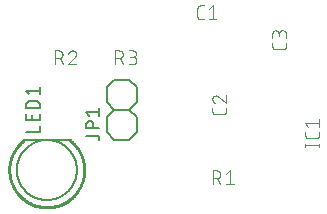
<source format=gbr>
G04 EAGLE Gerber RS-274X export*
G75*
%MOMM*%
%FSLAX34Y34*%
%LPD*%
%INSilkscreen Top*%
%IPPOS*%
%AMOC8*
5,1,8,0,0,1.08239X$1,22.5*%
G01*
%ADD10C,0.101600*%
%ADD11C,0.152400*%
%ADD12C,0.127000*%
%ADD13C,0.203200*%
%ADD14C,0.254000*%


D10*
X183501Y191008D02*
X180904Y191008D01*
X180805Y191010D01*
X180705Y191016D01*
X180606Y191025D01*
X180508Y191038D01*
X180410Y191055D01*
X180312Y191076D01*
X180216Y191101D01*
X180121Y191129D01*
X180027Y191161D01*
X179934Y191196D01*
X179842Y191235D01*
X179752Y191278D01*
X179664Y191323D01*
X179577Y191373D01*
X179493Y191425D01*
X179410Y191481D01*
X179330Y191539D01*
X179252Y191601D01*
X179177Y191666D01*
X179104Y191734D01*
X179034Y191804D01*
X178966Y191877D01*
X178901Y191952D01*
X178839Y192030D01*
X178781Y192110D01*
X178725Y192193D01*
X178673Y192277D01*
X178623Y192364D01*
X178578Y192452D01*
X178535Y192542D01*
X178496Y192634D01*
X178461Y192727D01*
X178429Y192821D01*
X178401Y192916D01*
X178376Y193012D01*
X178355Y193110D01*
X178338Y193208D01*
X178325Y193306D01*
X178316Y193405D01*
X178310Y193505D01*
X178308Y193604D01*
X178308Y200096D01*
X178310Y200195D01*
X178316Y200295D01*
X178325Y200394D01*
X178338Y200492D01*
X178355Y200590D01*
X178376Y200688D01*
X178401Y200784D01*
X178429Y200879D01*
X178461Y200973D01*
X178496Y201066D01*
X178535Y201158D01*
X178578Y201248D01*
X178623Y201336D01*
X178673Y201423D01*
X178725Y201507D01*
X178781Y201590D01*
X178839Y201670D01*
X178901Y201748D01*
X178966Y201823D01*
X179034Y201896D01*
X179104Y201966D01*
X179177Y202034D01*
X179252Y202099D01*
X179330Y202161D01*
X179410Y202219D01*
X179493Y202275D01*
X179577Y202327D01*
X179664Y202377D01*
X179752Y202422D01*
X179842Y202465D01*
X179934Y202504D01*
X180026Y202539D01*
X180121Y202571D01*
X180216Y202599D01*
X180312Y202624D01*
X180410Y202645D01*
X180508Y202662D01*
X180606Y202675D01*
X180705Y202684D01*
X180805Y202690D01*
X180904Y202692D01*
X183501Y202692D01*
X187866Y200096D02*
X191112Y202692D01*
X191112Y191008D01*
X194357Y191008D02*
X187866Y191008D01*
X202692Y115636D02*
X202692Y113039D01*
X202690Y112940D01*
X202684Y112840D01*
X202675Y112741D01*
X202662Y112643D01*
X202645Y112545D01*
X202624Y112447D01*
X202599Y112351D01*
X202571Y112256D01*
X202539Y112162D01*
X202504Y112069D01*
X202465Y111977D01*
X202422Y111887D01*
X202377Y111799D01*
X202327Y111712D01*
X202275Y111628D01*
X202219Y111545D01*
X202161Y111465D01*
X202099Y111387D01*
X202034Y111312D01*
X201966Y111239D01*
X201896Y111169D01*
X201823Y111101D01*
X201748Y111036D01*
X201670Y110974D01*
X201590Y110916D01*
X201507Y110860D01*
X201423Y110808D01*
X201336Y110758D01*
X201248Y110713D01*
X201158Y110670D01*
X201066Y110631D01*
X200973Y110596D01*
X200879Y110564D01*
X200784Y110536D01*
X200688Y110511D01*
X200590Y110490D01*
X200492Y110473D01*
X200394Y110460D01*
X200295Y110451D01*
X200195Y110445D01*
X200096Y110443D01*
X193604Y110443D01*
X193604Y110442D02*
X193505Y110444D01*
X193405Y110450D01*
X193306Y110459D01*
X193208Y110472D01*
X193110Y110490D01*
X193012Y110510D01*
X192916Y110535D01*
X192820Y110563D01*
X192726Y110595D01*
X192633Y110630D01*
X192542Y110669D01*
X192452Y110712D01*
X192363Y110757D01*
X192277Y110807D01*
X192192Y110859D01*
X192110Y110915D01*
X192030Y110974D01*
X191952Y111035D01*
X191876Y111100D01*
X191803Y111168D01*
X191733Y111238D01*
X191665Y111311D01*
X191600Y111387D01*
X191539Y111465D01*
X191480Y111545D01*
X191424Y111627D01*
X191372Y111712D01*
X191323Y111798D01*
X191277Y111887D01*
X191234Y111977D01*
X191195Y112068D01*
X191160Y112161D01*
X191128Y112255D01*
X191100Y112351D01*
X191075Y112447D01*
X191055Y112545D01*
X191037Y112643D01*
X191024Y112741D01*
X191015Y112840D01*
X191009Y112939D01*
X191007Y113039D01*
X191008Y113039D02*
X191008Y115636D01*
X191008Y123571D02*
X191010Y123678D01*
X191016Y123784D01*
X191026Y123890D01*
X191039Y123996D01*
X191057Y124102D01*
X191078Y124206D01*
X191103Y124310D01*
X191132Y124413D01*
X191164Y124514D01*
X191201Y124614D01*
X191241Y124713D01*
X191284Y124811D01*
X191331Y124907D01*
X191382Y125001D01*
X191436Y125093D01*
X191493Y125183D01*
X191553Y125271D01*
X191617Y125356D01*
X191684Y125439D01*
X191754Y125520D01*
X191826Y125598D01*
X191902Y125674D01*
X191980Y125746D01*
X192061Y125816D01*
X192144Y125883D01*
X192229Y125947D01*
X192317Y126007D01*
X192407Y126064D01*
X192499Y126118D01*
X192593Y126169D01*
X192689Y126216D01*
X192787Y126259D01*
X192886Y126299D01*
X192986Y126336D01*
X193087Y126368D01*
X193190Y126397D01*
X193294Y126422D01*
X193398Y126443D01*
X193504Y126461D01*
X193610Y126474D01*
X193716Y126484D01*
X193822Y126490D01*
X193929Y126492D01*
X191008Y123571D02*
X191010Y123450D01*
X191016Y123329D01*
X191026Y123209D01*
X191039Y123088D01*
X191057Y122969D01*
X191078Y122849D01*
X191103Y122731D01*
X191132Y122614D01*
X191165Y122497D01*
X191201Y122382D01*
X191242Y122268D01*
X191285Y122155D01*
X191333Y122043D01*
X191384Y121934D01*
X191439Y121826D01*
X191497Y121719D01*
X191558Y121615D01*
X191623Y121513D01*
X191691Y121413D01*
X191762Y121315D01*
X191836Y121219D01*
X191913Y121126D01*
X191994Y121036D01*
X192077Y120948D01*
X192163Y120863D01*
X192252Y120780D01*
X192343Y120701D01*
X192437Y120624D01*
X192533Y120551D01*
X192631Y120481D01*
X192732Y120414D01*
X192835Y120350D01*
X192940Y120290D01*
X193047Y120232D01*
X193155Y120179D01*
X193265Y120129D01*
X193377Y120083D01*
X193490Y120040D01*
X193605Y120001D01*
X196201Y125518D02*
X196123Y125597D01*
X196043Y125673D01*
X195960Y125746D01*
X195874Y125816D01*
X195787Y125883D01*
X195696Y125947D01*
X195604Y126007D01*
X195510Y126065D01*
X195413Y126119D01*
X195315Y126169D01*
X195215Y126216D01*
X195114Y126260D01*
X195011Y126300D01*
X194906Y126336D01*
X194801Y126368D01*
X194694Y126397D01*
X194587Y126422D01*
X194478Y126444D01*
X194369Y126461D01*
X194260Y126475D01*
X194150Y126484D01*
X194039Y126490D01*
X193929Y126492D01*
X196201Y125518D02*
X202692Y120001D01*
X202692Y126492D01*
X253492Y168204D02*
X253492Y170801D01*
X253492Y168204D02*
X253490Y168105D01*
X253484Y168005D01*
X253475Y167906D01*
X253462Y167808D01*
X253445Y167710D01*
X253424Y167612D01*
X253399Y167516D01*
X253371Y167421D01*
X253339Y167327D01*
X253304Y167234D01*
X253265Y167142D01*
X253222Y167052D01*
X253177Y166964D01*
X253127Y166877D01*
X253075Y166793D01*
X253019Y166710D01*
X252961Y166630D01*
X252899Y166552D01*
X252834Y166477D01*
X252766Y166404D01*
X252696Y166334D01*
X252623Y166266D01*
X252548Y166201D01*
X252470Y166139D01*
X252390Y166081D01*
X252307Y166025D01*
X252223Y165973D01*
X252136Y165923D01*
X252048Y165878D01*
X251958Y165835D01*
X251866Y165796D01*
X251773Y165761D01*
X251679Y165729D01*
X251584Y165701D01*
X251488Y165676D01*
X251390Y165655D01*
X251292Y165638D01*
X251194Y165625D01*
X251095Y165616D01*
X250995Y165610D01*
X250896Y165608D01*
X244404Y165608D01*
X244305Y165610D01*
X244205Y165616D01*
X244106Y165625D01*
X244008Y165638D01*
X243910Y165656D01*
X243812Y165676D01*
X243716Y165701D01*
X243620Y165729D01*
X243526Y165761D01*
X243433Y165796D01*
X243342Y165835D01*
X243252Y165878D01*
X243163Y165923D01*
X243077Y165973D01*
X242992Y166025D01*
X242910Y166081D01*
X242830Y166140D01*
X242752Y166201D01*
X242676Y166266D01*
X242603Y166334D01*
X242533Y166404D01*
X242465Y166477D01*
X242400Y166553D01*
X242339Y166631D01*
X242280Y166711D01*
X242224Y166793D01*
X242172Y166878D01*
X242123Y166964D01*
X242077Y167053D01*
X242034Y167143D01*
X241995Y167234D01*
X241960Y167327D01*
X241928Y167421D01*
X241900Y167517D01*
X241875Y167613D01*
X241855Y167711D01*
X241837Y167809D01*
X241824Y167907D01*
X241815Y168006D01*
X241809Y168105D01*
X241807Y168205D01*
X241808Y168204D02*
X241808Y170801D01*
X253492Y175166D02*
X253492Y178412D01*
X253490Y178525D01*
X253484Y178638D01*
X253474Y178751D01*
X253460Y178864D01*
X253443Y178976D01*
X253421Y179087D01*
X253396Y179197D01*
X253366Y179307D01*
X253333Y179415D01*
X253296Y179522D01*
X253256Y179628D01*
X253211Y179732D01*
X253163Y179835D01*
X253112Y179936D01*
X253057Y180035D01*
X252999Y180132D01*
X252937Y180227D01*
X252872Y180320D01*
X252804Y180410D01*
X252733Y180498D01*
X252658Y180584D01*
X252581Y180667D01*
X252501Y180747D01*
X252418Y180824D01*
X252332Y180899D01*
X252244Y180970D01*
X252154Y181038D01*
X252061Y181103D01*
X251966Y181165D01*
X251869Y181223D01*
X251770Y181278D01*
X251669Y181329D01*
X251566Y181377D01*
X251462Y181422D01*
X251356Y181462D01*
X251249Y181499D01*
X251141Y181532D01*
X251031Y181562D01*
X250921Y181587D01*
X250810Y181609D01*
X250698Y181626D01*
X250585Y181640D01*
X250472Y181650D01*
X250359Y181656D01*
X250246Y181658D01*
X250133Y181656D01*
X250020Y181650D01*
X249907Y181640D01*
X249794Y181626D01*
X249682Y181609D01*
X249571Y181587D01*
X249461Y181562D01*
X249351Y181532D01*
X249243Y181499D01*
X249136Y181462D01*
X249030Y181422D01*
X248926Y181377D01*
X248823Y181329D01*
X248722Y181278D01*
X248623Y181223D01*
X248526Y181165D01*
X248431Y181103D01*
X248338Y181038D01*
X248248Y180970D01*
X248160Y180899D01*
X248074Y180824D01*
X247991Y180747D01*
X247911Y180667D01*
X247834Y180584D01*
X247759Y180498D01*
X247688Y180410D01*
X247620Y180320D01*
X247555Y180227D01*
X247493Y180132D01*
X247435Y180035D01*
X247380Y179936D01*
X247329Y179835D01*
X247281Y179732D01*
X247236Y179628D01*
X247196Y179522D01*
X247159Y179415D01*
X247126Y179307D01*
X247096Y179197D01*
X247071Y179087D01*
X247049Y178976D01*
X247032Y178864D01*
X247018Y178751D01*
X247008Y178638D01*
X247002Y178525D01*
X247000Y178412D01*
X241808Y179061D02*
X241808Y175166D01*
X241808Y179061D02*
X241810Y179162D01*
X241816Y179262D01*
X241826Y179362D01*
X241839Y179462D01*
X241857Y179561D01*
X241878Y179660D01*
X241903Y179757D01*
X241932Y179854D01*
X241965Y179949D01*
X242001Y180043D01*
X242041Y180135D01*
X242084Y180226D01*
X242131Y180315D01*
X242181Y180402D01*
X242235Y180488D01*
X242292Y180571D01*
X242352Y180651D01*
X242415Y180730D01*
X242482Y180806D01*
X242551Y180879D01*
X242623Y180949D01*
X242697Y181017D01*
X242774Y181082D01*
X242854Y181143D01*
X242936Y181202D01*
X243020Y181257D01*
X243106Y181309D01*
X243194Y181358D01*
X243284Y181403D01*
X243376Y181445D01*
X243469Y181483D01*
X243564Y181517D01*
X243659Y181548D01*
X243756Y181575D01*
X243854Y181598D01*
X243953Y181618D01*
X244053Y181633D01*
X244153Y181645D01*
X244253Y181653D01*
X244354Y181657D01*
X244454Y181657D01*
X244555Y181653D01*
X244655Y181645D01*
X244755Y181633D01*
X244855Y181618D01*
X244954Y181598D01*
X245052Y181575D01*
X245149Y181548D01*
X245244Y181517D01*
X245339Y181483D01*
X245432Y181445D01*
X245524Y181403D01*
X245614Y181358D01*
X245702Y181309D01*
X245788Y181257D01*
X245872Y181202D01*
X245954Y181143D01*
X246034Y181082D01*
X246111Y181017D01*
X246185Y180949D01*
X246257Y180879D01*
X246326Y180806D01*
X246393Y180730D01*
X246456Y180651D01*
X246516Y180571D01*
X246573Y180488D01*
X246627Y180402D01*
X246677Y180315D01*
X246724Y180226D01*
X246767Y180135D01*
X246807Y180043D01*
X246843Y179949D01*
X246876Y179854D01*
X246905Y179757D01*
X246930Y179660D01*
X246951Y179561D01*
X246969Y179462D01*
X246982Y179362D01*
X246992Y179262D01*
X246998Y179162D01*
X247000Y179061D01*
X247001Y179061D02*
X247001Y176464D01*
X269748Y84356D02*
X281432Y84356D01*
X281432Y83058D02*
X281432Y85654D01*
X269748Y85654D02*
X269748Y83058D01*
X281432Y92818D02*
X281432Y95414D01*
X281432Y92818D02*
X281430Y92719D01*
X281424Y92619D01*
X281415Y92520D01*
X281402Y92422D01*
X281385Y92324D01*
X281364Y92226D01*
X281339Y92130D01*
X281311Y92035D01*
X281279Y91941D01*
X281244Y91848D01*
X281205Y91756D01*
X281162Y91666D01*
X281117Y91578D01*
X281067Y91491D01*
X281015Y91407D01*
X280959Y91324D01*
X280901Y91244D01*
X280839Y91166D01*
X280774Y91091D01*
X280706Y91018D01*
X280636Y90948D01*
X280563Y90880D01*
X280488Y90815D01*
X280410Y90753D01*
X280330Y90695D01*
X280247Y90639D01*
X280163Y90587D01*
X280076Y90537D01*
X279988Y90492D01*
X279898Y90449D01*
X279806Y90410D01*
X279713Y90375D01*
X279619Y90343D01*
X279524Y90315D01*
X279428Y90290D01*
X279330Y90269D01*
X279232Y90252D01*
X279134Y90239D01*
X279035Y90230D01*
X278935Y90224D01*
X278836Y90222D01*
X278836Y90221D02*
X272344Y90221D01*
X272245Y90223D01*
X272145Y90229D01*
X272046Y90238D01*
X271948Y90251D01*
X271850Y90269D01*
X271752Y90289D01*
X271656Y90314D01*
X271560Y90342D01*
X271466Y90374D01*
X271373Y90409D01*
X271282Y90448D01*
X271192Y90491D01*
X271103Y90536D01*
X271017Y90586D01*
X270932Y90638D01*
X270850Y90694D01*
X270770Y90753D01*
X270692Y90814D01*
X270616Y90879D01*
X270543Y90947D01*
X270473Y91017D01*
X270405Y91090D01*
X270340Y91166D01*
X270279Y91244D01*
X270220Y91324D01*
X270164Y91406D01*
X270112Y91491D01*
X270063Y91577D01*
X270017Y91666D01*
X269974Y91756D01*
X269935Y91847D01*
X269900Y91940D01*
X269868Y92034D01*
X269840Y92130D01*
X269815Y92226D01*
X269795Y92324D01*
X269777Y92422D01*
X269764Y92520D01*
X269755Y92619D01*
X269749Y92718D01*
X269747Y92818D01*
X269748Y92818D02*
X269748Y95414D01*
X272344Y99780D02*
X269748Y103025D01*
X281432Y103025D01*
X281432Y99780D02*
X281432Y106271D01*
D11*
X101600Y107950D02*
X101600Y95250D01*
X101600Y107950D02*
X107950Y114300D01*
X120650Y114300D01*
X127000Y107950D01*
X120650Y88900D02*
X107950Y88900D01*
X101600Y95250D01*
X120650Y88900D02*
X127000Y95250D01*
X127000Y107950D01*
X107950Y114300D02*
X101600Y120650D01*
X101600Y133350D01*
X107950Y139700D01*
X120650Y139700D01*
X127000Y133350D01*
X127000Y120650D01*
X120650Y114300D01*
D12*
X92837Y92583D02*
X83947Y92583D01*
X92837Y92583D02*
X92937Y92581D01*
X93036Y92575D01*
X93136Y92565D01*
X93234Y92552D01*
X93333Y92534D01*
X93430Y92513D01*
X93526Y92488D01*
X93622Y92459D01*
X93716Y92426D01*
X93809Y92390D01*
X93900Y92350D01*
X93990Y92306D01*
X94078Y92259D01*
X94164Y92209D01*
X94248Y92155D01*
X94330Y92098D01*
X94409Y92038D01*
X94487Y91974D01*
X94561Y91908D01*
X94633Y91839D01*
X94702Y91767D01*
X94768Y91693D01*
X94832Y91615D01*
X94892Y91536D01*
X94949Y91454D01*
X95003Y91370D01*
X95053Y91284D01*
X95100Y91196D01*
X95144Y91106D01*
X95184Y91015D01*
X95220Y90922D01*
X95253Y90828D01*
X95282Y90732D01*
X95307Y90636D01*
X95328Y90539D01*
X95346Y90440D01*
X95359Y90342D01*
X95369Y90242D01*
X95375Y90143D01*
X95377Y90043D01*
X95377Y88773D01*
X95377Y98563D02*
X83947Y98563D01*
X83947Y101738D01*
X83949Y101849D01*
X83955Y101959D01*
X83964Y102070D01*
X83978Y102180D01*
X83995Y102289D01*
X84016Y102398D01*
X84041Y102506D01*
X84070Y102613D01*
X84102Y102719D01*
X84138Y102824D01*
X84178Y102927D01*
X84221Y103029D01*
X84268Y103130D01*
X84319Y103229D01*
X84372Y103325D01*
X84429Y103420D01*
X84490Y103513D01*
X84553Y103604D01*
X84620Y103693D01*
X84690Y103779D01*
X84763Y103862D01*
X84838Y103944D01*
X84916Y104022D01*
X84998Y104097D01*
X85081Y104170D01*
X85167Y104240D01*
X85256Y104307D01*
X85347Y104370D01*
X85440Y104431D01*
X85535Y104488D01*
X85631Y104541D01*
X85730Y104592D01*
X85831Y104639D01*
X85933Y104682D01*
X86036Y104722D01*
X86141Y104758D01*
X86247Y104790D01*
X86354Y104819D01*
X86462Y104844D01*
X86571Y104865D01*
X86680Y104882D01*
X86790Y104896D01*
X86901Y104905D01*
X87011Y104911D01*
X87122Y104913D01*
X87233Y104911D01*
X87343Y104905D01*
X87454Y104896D01*
X87564Y104882D01*
X87673Y104865D01*
X87782Y104844D01*
X87890Y104819D01*
X87997Y104790D01*
X88103Y104758D01*
X88208Y104722D01*
X88311Y104682D01*
X88413Y104639D01*
X88514Y104592D01*
X88613Y104541D01*
X88710Y104488D01*
X88804Y104431D01*
X88897Y104370D01*
X88988Y104307D01*
X89077Y104240D01*
X89163Y104170D01*
X89246Y104097D01*
X89328Y104022D01*
X89406Y103944D01*
X89481Y103862D01*
X89554Y103779D01*
X89624Y103693D01*
X89691Y103604D01*
X89754Y103513D01*
X89815Y103420D01*
X89872Y103326D01*
X89925Y103229D01*
X89976Y103130D01*
X90023Y103029D01*
X90066Y102927D01*
X90106Y102824D01*
X90142Y102719D01*
X90174Y102613D01*
X90203Y102506D01*
X90228Y102398D01*
X90249Y102289D01*
X90266Y102180D01*
X90280Y102070D01*
X90289Y101959D01*
X90295Y101849D01*
X90297Y101738D01*
X90297Y98563D01*
X86487Y109422D02*
X83947Y112597D01*
X95377Y112597D01*
X95377Y109422D02*
X95377Y115772D01*
D13*
X69850Y88900D02*
X31750Y88900D01*
D14*
X31134Y88426D01*
X30529Y87937D01*
X29937Y87433D01*
X29357Y86915D01*
X28790Y86383D01*
X28236Y85837D01*
X27696Y85278D01*
X27170Y84705D01*
X26657Y84120D01*
X26160Y83523D01*
X25677Y82914D01*
X25209Y82293D01*
X24756Y81660D01*
X24319Y81017D01*
X23898Y80363D01*
X23494Y79699D01*
X23105Y79026D01*
X22733Y78343D01*
X22378Y77651D01*
X22040Y76951D01*
X21719Y76243D01*
X21416Y75527D01*
X21130Y74803D01*
X20862Y74074D01*
X20612Y73337D01*
X20381Y72595D01*
X20167Y71847D01*
X19972Y71095D01*
X19795Y70337D01*
X19637Y69576D01*
X19497Y68811D01*
X19377Y68043D01*
X19275Y67272D01*
X19192Y66499D01*
X19128Y65724D01*
X19083Y64948D01*
X19057Y64171D01*
X19050Y63393D01*
X19062Y62616D01*
X19093Y61839D01*
X19144Y61063D01*
X19213Y60288D01*
X19301Y59516D01*
X19408Y58746D01*
X19534Y57978D01*
X19678Y57214D01*
X19842Y56454D01*
X20024Y55698D01*
X20224Y54947D01*
X20442Y54200D01*
X20679Y53460D01*
X20934Y52725D01*
X21207Y51997D01*
X21498Y51276D01*
X21806Y50562D01*
X22131Y49856D01*
X22474Y49158D01*
X22834Y48468D01*
X23210Y47788D01*
X23603Y47117D01*
X24013Y46456D01*
X24438Y45805D01*
X24879Y45165D01*
X25336Y44536D01*
X25808Y43918D01*
X26295Y43312D01*
X26797Y42718D01*
X27313Y42136D01*
X27843Y41567D01*
X28387Y41012D01*
X28945Y40469D01*
X29515Y39941D01*
X30098Y39427D01*
X30694Y38927D01*
X31302Y38442D01*
X31921Y37972D01*
X32552Y37518D01*
X33194Y37079D01*
X33846Y36655D01*
X34509Y36248D01*
X35181Y35857D01*
X35863Y35483D01*
X36553Y35126D01*
X37252Y34786D01*
X37960Y34462D01*
X38674Y34157D01*
X39397Y33868D01*
X40126Y33598D01*
X40861Y33346D01*
X41603Y33111D01*
X42350Y32895D01*
X43102Y32697D01*
X43858Y32518D01*
X44619Y32357D01*
X45383Y32215D01*
X46151Y32092D01*
X46922Y31988D01*
X47695Y31902D01*
X48469Y31836D01*
X49245Y31788D01*
X50022Y31760D01*
X50800Y31750D01*
X51578Y31760D01*
X52355Y31788D01*
X53131Y31836D01*
X53905Y31902D01*
X54678Y31988D01*
X55449Y32092D01*
X56217Y32215D01*
X56981Y32357D01*
X57742Y32518D01*
X58498Y32697D01*
X59250Y32895D01*
X59997Y33111D01*
X60739Y33346D01*
X61474Y33598D01*
X62203Y33868D01*
X62926Y34157D01*
X63640Y34462D01*
X64348Y34786D01*
X65047Y35126D01*
X65737Y35483D01*
X66419Y35857D01*
X67091Y36248D01*
X67754Y36655D01*
X68406Y37079D01*
X69048Y37518D01*
X69679Y37972D01*
X70298Y38442D01*
X70906Y38927D01*
X71502Y39427D01*
X72085Y39941D01*
X72655Y40469D01*
X73213Y41012D01*
X73757Y41567D01*
X74287Y42136D01*
X74803Y42718D01*
X75305Y43312D01*
X75792Y43918D01*
X76264Y44536D01*
X76721Y45165D01*
X77162Y45805D01*
X77587Y46456D01*
X77997Y47117D01*
X78390Y47788D01*
X78766Y48468D01*
X79126Y49158D01*
X79469Y49856D01*
X79794Y50562D01*
X80102Y51276D01*
X80393Y51997D01*
X80666Y52725D01*
X80921Y53460D01*
X81158Y54200D01*
X81376Y54947D01*
X81576Y55698D01*
X81758Y56454D01*
X81922Y57214D01*
X82066Y57978D01*
X82192Y58746D01*
X82299Y59516D01*
X82387Y60288D01*
X82456Y61063D01*
X82507Y61839D01*
X82538Y62616D01*
X82550Y63393D01*
X82543Y64171D01*
X82517Y64948D01*
X82472Y65724D01*
X82408Y66499D01*
X82325Y67272D01*
X82223Y68043D01*
X82103Y68811D01*
X81963Y69576D01*
X81805Y70337D01*
X81628Y71095D01*
X81433Y71847D01*
X81219Y72595D01*
X80988Y73337D01*
X80738Y74074D01*
X80470Y74803D01*
X80184Y75527D01*
X79881Y76243D01*
X79560Y76951D01*
X79222Y77651D01*
X78867Y78343D01*
X78495Y79026D01*
X78106Y79699D01*
X77702Y80363D01*
X77281Y81017D01*
X76844Y81660D01*
X76391Y82293D01*
X75923Y82914D01*
X75440Y83523D01*
X74943Y84120D01*
X74430Y84705D01*
X73904Y85278D01*
X73364Y85837D01*
X72810Y86383D01*
X72243Y86915D01*
X71663Y87433D01*
X71071Y87937D01*
X70466Y88426D01*
X69850Y88900D01*
D11*
X25400Y63500D02*
X25408Y64123D01*
X25431Y64746D01*
X25469Y65369D01*
X25522Y65990D01*
X25591Y66609D01*
X25675Y67227D01*
X25774Y67842D01*
X25888Y68455D01*
X26017Y69065D01*
X26161Y69672D01*
X26320Y70275D01*
X26494Y70873D01*
X26682Y71468D01*
X26885Y72057D01*
X27102Y72641D01*
X27333Y73220D01*
X27579Y73793D01*
X27839Y74360D01*
X28112Y74920D01*
X28399Y75473D01*
X28700Y76020D01*
X29014Y76558D01*
X29341Y77089D01*
X29681Y77611D01*
X30033Y78126D01*
X30399Y78631D01*
X30776Y79127D01*
X31166Y79614D01*
X31567Y80091D01*
X31980Y80558D01*
X32404Y81014D01*
X32839Y81461D01*
X33286Y81896D01*
X33742Y82320D01*
X34209Y82733D01*
X34686Y83134D01*
X35173Y83524D01*
X35669Y83901D01*
X36174Y84267D01*
X36689Y84619D01*
X37211Y84959D01*
X37742Y85286D01*
X38280Y85600D01*
X38827Y85901D01*
X39380Y86188D01*
X39940Y86461D01*
X40507Y86721D01*
X41080Y86967D01*
X41659Y87198D01*
X42243Y87415D01*
X42832Y87618D01*
X43427Y87806D01*
X44025Y87980D01*
X44628Y88139D01*
X45235Y88283D01*
X45845Y88412D01*
X46458Y88526D01*
X47073Y88625D01*
X47691Y88709D01*
X48310Y88778D01*
X48931Y88831D01*
X49554Y88869D01*
X50177Y88892D01*
X50800Y88900D01*
X51423Y88892D01*
X52046Y88869D01*
X52669Y88831D01*
X53290Y88778D01*
X53909Y88709D01*
X54527Y88625D01*
X55142Y88526D01*
X55755Y88412D01*
X56365Y88283D01*
X56972Y88139D01*
X57575Y87980D01*
X58173Y87806D01*
X58768Y87618D01*
X59357Y87415D01*
X59941Y87198D01*
X60520Y86967D01*
X61093Y86721D01*
X61660Y86461D01*
X62220Y86188D01*
X62773Y85901D01*
X63320Y85600D01*
X63858Y85286D01*
X64389Y84959D01*
X64911Y84619D01*
X65426Y84267D01*
X65931Y83901D01*
X66427Y83524D01*
X66914Y83134D01*
X67391Y82733D01*
X67858Y82320D01*
X68314Y81896D01*
X68761Y81461D01*
X69196Y81014D01*
X69620Y80558D01*
X70033Y80091D01*
X70434Y79614D01*
X70824Y79127D01*
X71201Y78631D01*
X71567Y78126D01*
X71919Y77611D01*
X72259Y77089D01*
X72586Y76558D01*
X72900Y76020D01*
X73201Y75473D01*
X73488Y74920D01*
X73761Y74360D01*
X74021Y73793D01*
X74267Y73220D01*
X74498Y72641D01*
X74715Y72057D01*
X74918Y71468D01*
X75106Y70873D01*
X75280Y70275D01*
X75439Y69672D01*
X75583Y69065D01*
X75712Y68455D01*
X75826Y67842D01*
X75925Y67227D01*
X76009Y66609D01*
X76078Y65990D01*
X76131Y65369D01*
X76169Y64746D01*
X76192Y64123D01*
X76200Y63500D01*
X76192Y62877D01*
X76169Y62254D01*
X76131Y61631D01*
X76078Y61010D01*
X76009Y60391D01*
X75925Y59773D01*
X75826Y59158D01*
X75712Y58545D01*
X75583Y57935D01*
X75439Y57328D01*
X75280Y56725D01*
X75106Y56127D01*
X74918Y55532D01*
X74715Y54943D01*
X74498Y54359D01*
X74267Y53780D01*
X74021Y53207D01*
X73761Y52640D01*
X73488Y52080D01*
X73201Y51527D01*
X72900Y50980D01*
X72586Y50442D01*
X72259Y49911D01*
X71919Y49389D01*
X71567Y48874D01*
X71201Y48369D01*
X70824Y47873D01*
X70434Y47386D01*
X70033Y46909D01*
X69620Y46442D01*
X69196Y45986D01*
X68761Y45539D01*
X68314Y45104D01*
X67858Y44680D01*
X67391Y44267D01*
X66914Y43866D01*
X66427Y43476D01*
X65931Y43099D01*
X65426Y42733D01*
X64911Y42381D01*
X64389Y42041D01*
X63858Y41714D01*
X63320Y41400D01*
X62773Y41099D01*
X62220Y40812D01*
X61660Y40539D01*
X61093Y40279D01*
X60520Y40033D01*
X59941Y39802D01*
X59357Y39585D01*
X58768Y39382D01*
X58173Y39194D01*
X57575Y39020D01*
X56972Y38861D01*
X56365Y38717D01*
X55755Y38588D01*
X55142Y38474D01*
X54527Y38375D01*
X53909Y38291D01*
X53290Y38222D01*
X52669Y38169D01*
X52046Y38131D01*
X51423Y38108D01*
X50800Y38100D01*
X50177Y38108D01*
X49554Y38131D01*
X48931Y38169D01*
X48310Y38222D01*
X47691Y38291D01*
X47073Y38375D01*
X46458Y38474D01*
X45845Y38588D01*
X45235Y38717D01*
X44628Y38861D01*
X44025Y39020D01*
X43427Y39194D01*
X42832Y39382D01*
X42243Y39585D01*
X41659Y39802D01*
X41080Y40033D01*
X40507Y40279D01*
X39940Y40539D01*
X39380Y40812D01*
X38827Y41099D01*
X38280Y41400D01*
X37742Y41714D01*
X37211Y42041D01*
X36689Y42381D01*
X36174Y42733D01*
X35669Y43099D01*
X35173Y43476D01*
X34686Y43866D01*
X34209Y44267D01*
X33742Y44680D01*
X33286Y45104D01*
X32839Y45539D01*
X32404Y45986D01*
X31980Y46442D01*
X31567Y46909D01*
X31166Y47386D01*
X30776Y47873D01*
X30399Y48369D01*
X30033Y48874D01*
X29681Y49389D01*
X29341Y49911D01*
X29014Y50442D01*
X28700Y50980D01*
X28399Y51527D01*
X28112Y52080D01*
X27839Y52640D01*
X27579Y53207D01*
X27333Y53780D01*
X27102Y54359D01*
X26885Y54943D01*
X26682Y55532D01*
X26494Y56127D01*
X26320Y56725D01*
X26161Y57328D01*
X26017Y57935D01*
X25888Y58545D01*
X25774Y59158D01*
X25675Y59773D01*
X25591Y60391D01*
X25522Y61010D01*
X25469Y61631D01*
X25431Y62254D01*
X25408Y62877D01*
X25400Y63500D01*
D12*
X33401Y95885D02*
X44831Y95885D01*
X44831Y100965D01*
X44831Y105791D02*
X44831Y110871D01*
X44831Y105791D02*
X33401Y105791D01*
X33401Y110871D01*
X38481Y109601D02*
X38481Y105791D01*
X33401Y115672D02*
X44831Y115672D01*
X33401Y115672D02*
X33401Y118847D01*
X33403Y118958D01*
X33409Y119068D01*
X33418Y119179D01*
X33432Y119289D01*
X33449Y119398D01*
X33470Y119507D01*
X33495Y119615D01*
X33524Y119722D01*
X33556Y119828D01*
X33592Y119933D01*
X33632Y120036D01*
X33675Y120138D01*
X33722Y120239D01*
X33773Y120338D01*
X33826Y120435D01*
X33883Y120529D01*
X33944Y120622D01*
X34007Y120713D01*
X34074Y120802D01*
X34144Y120888D01*
X34217Y120971D01*
X34292Y121053D01*
X34370Y121131D01*
X34452Y121206D01*
X34535Y121279D01*
X34621Y121349D01*
X34710Y121416D01*
X34801Y121479D01*
X34894Y121540D01*
X34989Y121597D01*
X35085Y121650D01*
X35184Y121701D01*
X35285Y121748D01*
X35387Y121791D01*
X35490Y121831D01*
X35595Y121867D01*
X35701Y121899D01*
X35808Y121928D01*
X35916Y121953D01*
X36025Y121974D01*
X36134Y121991D01*
X36244Y122005D01*
X36355Y122014D01*
X36465Y122020D01*
X36576Y122022D01*
X41656Y122022D01*
X41767Y122020D01*
X41877Y122014D01*
X41988Y122005D01*
X42098Y121991D01*
X42207Y121974D01*
X42316Y121953D01*
X42424Y121928D01*
X42531Y121899D01*
X42637Y121867D01*
X42742Y121831D01*
X42845Y121791D01*
X42947Y121748D01*
X43048Y121701D01*
X43147Y121650D01*
X43244Y121597D01*
X43338Y121540D01*
X43431Y121479D01*
X43522Y121416D01*
X43611Y121349D01*
X43697Y121279D01*
X43780Y121206D01*
X43862Y121131D01*
X43940Y121053D01*
X44015Y120971D01*
X44088Y120888D01*
X44158Y120802D01*
X44225Y120713D01*
X44288Y120622D01*
X44349Y120529D01*
X44406Y120435D01*
X44459Y120338D01*
X44510Y120239D01*
X44557Y120138D01*
X44600Y120036D01*
X44640Y119933D01*
X44676Y119828D01*
X44708Y119722D01*
X44737Y119615D01*
X44762Y119507D01*
X44783Y119398D01*
X44800Y119289D01*
X44814Y119179D01*
X44823Y119068D01*
X44829Y118958D01*
X44831Y118847D01*
X44831Y115672D01*
X35941Y127483D02*
X33401Y130658D01*
X44831Y130658D01*
X44831Y127483D02*
X44831Y133833D01*
D10*
X191195Y62992D02*
X191195Y51308D01*
X191195Y62992D02*
X194440Y62992D01*
X194553Y62990D01*
X194666Y62984D01*
X194779Y62974D01*
X194892Y62960D01*
X195004Y62943D01*
X195115Y62921D01*
X195225Y62896D01*
X195335Y62866D01*
X195443Y62833D01*
X195550Y62796D01*
X195656Y62756D01*
X195760Y62711D01*
X195863Y62663D01*
X195964Y62612D01*
X196063Y62557D01*
X196160Y62499D01*
X196255Y62437D01*
X196348Y62372D01*
X196438Y62304D01*
X196526Y62233D01*
X196612Y62158D01*
X196695Y62081D01*
X196775Y62001D01*
X196852Y61918D01*
X196927Y61832D01*
X196998Y61744D01*
X197066Y61654D01*
X197131Y61561D01*
X197193Y61466D01*
X197251Y61369D01*
X197306Y61270D01*
X197357Y61169D01*
X197405Y61066D01*
X197450Y60962D01*
X197490Y60856D01*
X197527Y60749D01*
X197560Y60641D01*
X197590Y60531D01*
X197615Y60421D01*
X197637Y60310D01*
X197654Y60198D01*
X197668Y60085D01*
X197678Y59972D01*
X197684Y59859D01*
X197686Y59746D01*
X197684Y59633D01*
X197678Y59520D01*
X197668Y59407D01*
X197654Y59294D01*
X197637Y59182D01*
X197615Y59071D01*
X197590Y58961D01*
X197560Y58851D01*
X197527Y58743D01*
X197490Y58636D01*
X197450Y58530D01*
X197405Y58426D01*
X197357Y58323D01*
X197306Y58222D01*
X197251Y58123D01*
X197193Y58026D01*
X197131Y57931D01*
X197066Y57838D01*
X196998Y57748D01*
X196927Y57660D01*
X196852Y57574D01*
X196775Y57491D01*
X196695Y57411D01*
X196612Y57334D01*
X196526Y57259D01*
X196438Y57188D01*
X196348Y57120D01*
X196255Y57055D01*
X196160Y56993D01*
X196063Y56935D01*
X195964Y56880D01*
X195863Y56829D01*
X195760Y56781D01*
X195656Y56736D01*
X195550Y56696D01*
X195443Y56659D01*
X195335Y56626D01*
X195225Y56596D01*
X195115Y56571D01*
X195004Y56549D01*
X194892Y56532D01*
X194779Y56518D01*
X194666Y56508D01*
X194553Y56502D01*
X194440Y56500D01*
X194440Y56501D02*
X191195Y56501D01*
X195089Y56501D02*
X197686Y51308D01*
X202551Y60396D02*
X205796Y62992D01*
X205796Y51308D01*
X202551Y51308D02*
X209042Y51308D01*
X57658Y152908D02*
X57658Y164592D01*
X60904Y164592D01*
X61017Y164590D01*
X61130Y164584D01*
X61243Y164574D01*
X61356Y164560D01*
X61468Y164543D01*
X61579Y164521D01*
X61689Y164496D01*
X61799Y164466D01*
X61907Y164433D01*
X62014Y164396D01*
X62120Y164356D01*
X62224Y164311D01*
X62327Y164263D01*
X62428Y164212D01*
X62527Y164157D01*
X62624Y164099D01*
X62719Y164037D01*
X62812Y163972D01*
X62902Y163904D01*
X62990Y163833D01*
X63076Y163758D01*
X63159Y163681D01*
X63239Y163601D01*
X63316Y163518D01*
X63391Y163432D01*
X63462Y163344D01*
X63530Y163254D01*
X63595Y163161D01*
X63657Y163066D01*
X63715Y162969D01*
X63770Y162870D01*
X63821Y162769D01*
X63869Y162666D01*
X63914Y162562D01*
X63954Y162456D01*
X63991Y162349D01*
X64024Y162241D01*
X64054Y162131D01*
X64079Y162021D01*
X64101Y161910D01*
X64118Y161798D01*
X64132Y161685D01*
X64142Y161572D01*
X64148Y161459D01*
X64150Y161346D01*
X64148Y161233D01*
X64142Y161120D01*
X64132Y161007D01*
X64118Y160894D01*
X64101Y160782D01*
X64079Y160671D01*
X64054Y160561D01*
X64024Y160451D01*
X63991Y160343D01*
X63954Y160236D01*
X63914Y160130D01*
X63869Y160026D01*
X63821Y159923D01*
X63770Y159822D01*
X63715Y159723D01*
X63657Y159626D01*
X63595Y159531D01*
X63530Y159438D01*
X63462Y159348D01*
X63391Y159260D01*
X63316Y159174D01*
X63239Y159091D01*
X63159Y159011D01*
X63076Y158934D01*
X62990Y158859D01*
X62902Y158788D01*
X62812Y158720D01*
X62719Y158655D01*
X62624Y158593D01*
X62527Y158535D01*
X62428Y158480D01*
X62327Y158429D01*
X62224Y158381D01*
X62120Y158336D01*
X62014Y158296D01*
X61907Y158259D01*
X61799Y158226D01*
X61689Y158196D01*
X61579Y158171D01*
X61468Y158149D01*
X61356Y158132D01*
X61243Y158118D01*
X61130Y158108D01*
X61017Y158102D01*
X60904Y158100D01*
X60904Y158101D02*
X57658Y158101D01*
X61553Y158101D02*
X64149Y152908D01*
X75505Y161671D02*
X75503Y161778D01*
X75497Y161884D01*
X75487Y161990D01*
X75474Y162096D01*
X75456Y162202D01*
X75435Y162306D01*
X75410Y162410D01*
X75381Y162513D01*
X75349Y162614D01*
X75312Y162714D01*
X75272Y162813D01*
X75229Y162911D01*
X75182Y163007D01*
X75131Y163101D01*
X75077Y163193D01*
X75020Y163283D01*
X74960Y163371D01*
X74896Y163456D01*
X74829Y163539D01*
X74759Y163620D01*
X74687Y163698D01*
X74611Y163774D01*
X74533Y163846D01*
X74452Y163916D01*
X74369Y163983D01*
X74284Y164047D01*
X74196Y164107D01*
X74106Y164164D01*
X74014Y164218D01*
X73920Y164269D01*
X73824Y164316D01*
X73726Y164359D01*
X73627Y164399D01*
X73527Y164436D01*
X73426Y164468D01*
X73323Y164497D01*
X73219Y164522D01*
X73115Y164543D01*
X73009Y164561D01*
X72903Y164574D01*
X72797Y164584D01*
X72691Y164590D01*
X72584Y164592D01*
X72463Y164590D01*
X72342Y164584D01*
X72222Y164574D01*
X72101Y164561D01*
X71982Y164543D01*
X71862Y164522D01*
X71744Y164497D01*
X71627Y164468D01*
X71510Y164435D01*
X71395Y164399D01*
X71281Y164358D01*
X71168Y164315D01*
X71056Y164267D01*
X70947Y164216D01*
X70839Y164161D01*
X70732Y164103D01*
X70628Y164042D01*
X70526Y163977D01*
X70426Y163909D01*
X70328Y163838D01*
X70232Y163764D01*
X70139Y163687D01*
X70049Y163606D01*
X69961Y163523D01*
X69876Y163437D01*
X69793Y163348D01*
X69714Y163257D01*
X69637Y163163D01*
X69564Y163067D01*
X69494Y162969D01*
X69427Y162868D01*
X69363Y162765D01*
X69303Y162660D01*
X69246Y162553D01*
X69192Y162445D01*
X69142Y162335D01*
X69096Y162223D01*
X69053Y162110D01*
X69014Y161995D01*
X74532Y159399D02*
X74611Y159476D01*
X74687Y159557D01*
X74760Y159640D01*
X74830Y159725D01*
X74897Y159813D01*
X74961Y159903D01*
X75021Y159995D01*
X75078Y160090D01*
X75132Y160186D01*
X75183Y160284D01*
X75230Y160384D01*
X75274Y160486D01*
X75314Y160589D01*
X75350Y160693D01*
X75382Y160799D01*
X75411Y160905D01*
X75436Y161013D01*
X75458Y161121D01*
X75475Y161231D01*
X75489Y161340D01*
X75498Y161450D01*
X75504Y161561D01*
X75506Y161671D01*
X74532Y159399D02*
X69014Y152908D01*
X75505Y152908D01*
X108645Y152908D02*
X108645Y164592D01*
X111890Y164592D01*
X112003Y164590D01*
X112116Y164584D01*
X112229Y164574D01*
X112342Y164560D01*
X112454Y164543D01*
X112565Y164521D01*
X112675Y164496D01*
X112785Y164466D01*
X112893Y164433D01*
X113000Y164396D01*
X113106Y164356D01*
X113210Y164311D01*
X113313Y164263D01*
X113414Y164212D01*
X113513Y164157D01*
X113610Y164099D01*
X113705Y164037D01*
X113798Y163972D01*
X113888Y163904D01*
X113976Y163833D01*
X114062Y163758D01*
X114145Y163681D01*
X114225Y163601D01*
X114302Y163518D01*
X114377Y163432D01*
X114448Y163344D01*
X114516Y163254D01*
X114581Y163161D01*
X114643Y163066D01*
X114701Y162969D01*
X114756Y162870D01*
X114807Y162769D01*
X114855Y162666D01*
X114900Y162562D01*
X114940Y162456D01*
X114977Y162349D01*
X115010Y162241D01*
X115040Y162131D01*
X115065Y162021D01*
X115087Y161910D01*
X115104Y161798D01*
X115118Y161685D01*
X115128Y161572D01*
X115134Y161459D01*
X115136Y161346D01*
X115134Y161233D01*
X115128Y161120D01*
X115118Y161007D01*
X115104Y160894D01*
X115087Y160782D01*
X115065Y160671D01*
X115040Y160561D01*
X115010Y160451D01*
X114977Y160343D01*
X114940Y160236D01*
X114900Y160130D01*
X114855Y160026D01*
X114807Y159923D01*
X114756Y159822D01*
X114701Y159723D01*
X114643Y159626D01*
X114581Y159531D01*
X114516Y159438D01*
X114448Y159348D01*
X114377Y159260D01*
X114302Y159174D01*
X114225Y159091D01*
X114145Y159011D01*
X114062Y158934D01*
X113976Y158859D01*
X113888Y158788D01*
X113798Y158720D01*
X113705Y158655D01*
X113610Y158593D01*
X113513Y158535D01*
X113414Y158480D01*
X113313Y158429D01*
X113210Y158381D01*
X113106Y158336D01*
X113000Y158296D01*
X112893Y158259D01*
X112785Y158226D01*
X112675Y158196D01*
X112565Y158171D01*
X112454Y158149D01*
X112342Y158132D01*
X112229Y158118D01*
X112116Y158108D01*
X112003Y158102D01*
X111890Y158100D01*
X111890Y158101D02*
X108645Y158101D01*
X112539Y158101D02*
X115136Y152908D01*
X120001Y152908D02*
X123246Y152908D01*
X123359Y152910D01*
X123472Y152916D01*
X123585Y152926D01*
X123698Y152940D01*
X123810Y152957D01*
X123921Y152979D01*
X124031Y153004D01*
X124141Y153034D01*
X124249Y153067D01*
X124356Y153104D01*
X124462Y153144D01*
X124566Y153189D01*
X124669Y153237D01*
X124770Y153288D01*
X124869Y153343D01*
X124966Y153401D01*
X125061Y153463D01*
X125154Y153528D01*
X125244Y153596D01*
X125332Y153667D01*
X125418Y153742D01*
X125501Y153819D01*
X125581Y153899D01*
X125658Y153982D01*
X125733Y154068D01*
X125804Y154156D01*
X125872Y154246D01*
X125937Y154339D01*
X125999Y154434D01*
X126057Y154531D01*
X126112Y154630D01*
X126163Y154731D01*
X126211Y154834D01*
X126256Y154938D01*
X126296Y155044D01*
X126333Y155151D01*
X126366Y155259D01*
X126396Y155369D01*
X126421Y155479D01*
X126443Y155590D01*
X126460Y155702D01*
X126474Y155815D01*
X126484Y155928D01*
X126490Y156041D01*
X126492Y156154D01*
X126490Y156267D01*
X126484Y156380D01*
X126474Y156493D01*
X126460Y156606D01*
X126443Y156718D01*
X126421Y156829D01*
X126396Y156939D01*
X126366Y157049D01*
X126333Y157157D01*
X126296Y157264D01*
X126256Y157370D01*
X126211Y157474D01*
X126163Y157577D01*
X126112Y157678D01*
X126057Y157777D01*
X125999Y157874D01*
X125937Y157969D01*
X125872Y158062D01*
X125804Y158152D01*
X125733Y158240D01*
X125658Y158326D01*
X125581Y158409D01*
X125501Y158489D01*
X125418Y158566D01*
X125332Y158641D01*
X125244Y158712D01*
X125154Y158780D01*
X125061Y158845D01*
X124966Y158907D01*
X124869Y158965D01*
X124770Y159020D01*
X124669Y159071D01*
X124566Y159119D01*
X124462Y159164D01*
X124356Y159204D01*
X124249Y159241D01*
X124141Y159274D01*
X124031Y159304D01*
X123921Y159329D01*
X123810Y159351D01*
X123698Y159368D01*
X123585Y159382D01*
X123472Y159392D01*
X123359Y159398D01*
X123246Y159400D01*
X123896Y164592D02*
X120001Y164592D01*
X123896Y164592D02*
X123997Y164590D01*
X124097Y164584D01*
X124197Y164574D01*
X124297Y164561D01*
X124396Y164543D01*
X124495Y164522D01*
X124592Y164497D01*
X124689Y164468D01*
X124784Y164435D01*
X124878Y164399D01*
X124970Y164359D01*
X125061Y164316D01*
X125150Y164269D01*
X125237Y164219D01*
X125323Y164165D01*
X125406Y164108D01*
X125486Y164048D01*
X125565Y163985D01*
X125641Y163918D01*
X125714Y163849D01*
X125784Y163777D01*
X125852Y163703D01*
X125917Y163626D01*
X125978Y163546D01*
X126037Y163464D01*
X126092Y163380D01*
X126144Y163294D01*
X126193Y163206D01*
X126238Y163116D01*
X126280Y163024D01*
X126318Y162931D01*
X126352Y162836D01*
X126383Y162741D01*
X126410Y162644D01*
X126433Y162546D01*
X126453Y162447D01*
X126468Y162347D01*
X126480Y162247D01*
X126488Y162147D01*
X126492Y162046D01*
X126492Y161946D01*
X126488Y161845D01*
X126480Y161745D01*
X126468Y161645D01*
X126453Y161545D01*
X126433Y161446D01*
X126410Y161348D01*
X126383Y161251D01*
X126352Y161156D01*
X126318Y161061D01*
X126280Y160968D01*
X126238Y160876D01*
X126193Y160786D01*
X126144Y160698D01*
X126092Y160612D01*
X126037Y160528D01*
X125978Y160446D01*
X125917Y160366D01*
X125852Y160289D01*
X125784Y160215D01*
X125714Y160143D01*
X125641Y160074D01*
X125565Y160007D01*
X125486Y159944D01*
X125406Y159884D01*
X125323Y159827D01*
X125237Y159773D01*
X125150Y159723D01*
X125061Y159676D01*
X124970Y159633D01*
X124878Y159593D01*
X124784Y159557D01*
X124689Y159524D01*
X124592Y159495D01*
X124495Y159470D01*
X124396Y159449D01*
X124297Y159431D01*
X124197Y159418D01*
X124097Y159408D01*
X123997Y159402D01*
X123896Y159400D01*
X123896Y159399D02*
X121299Y159399D01*
M02*

</source>
